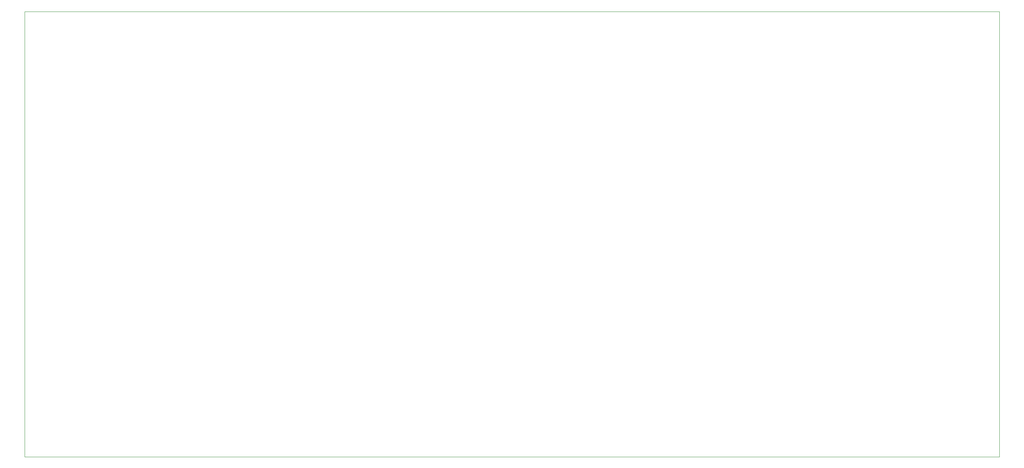
<source format=gbr>
%TF.GenerationSoftware,KiCad,Pcbnew,(6.0.0-0)*%
%TF.CreationDate,2022-11-30T22:17:18-05:00*%
%TF.ProjectId,prototype-board,70726f74-6f74-4797-9065-2d626f617264,rev?*%
%TF.SameCoordinates,Original*%
%TF.FileFunction,Profile,NP*%
%FSLAX46Y46*%
G04 Gerber Fmt 4.6, Leading zero omitted, Abs format (unit mm)*
G04 Created by KiCad (PCBNEW (6.0.0-0)) date 2022-11-30 22:17:18*
%MOMM*%
%LPD*%
G01*
G04 APERTURE LIST*
%TA.AperFunction,Profile*%
%ADD10C,0.100000*%
%TD*%
G04 APERTURE END LIST*
D10*
X38100000Y-41529000D02*
X259080000Y-41529000D01*
X259080000Y-41529000D02*
X259080000Y-142621000D01*
X259080000Y-142621000D02*
X38100000Y-142621000D01*
X38100000Y-142621000D02*
X38100000Y-41529000D01*
M02*

</source>
